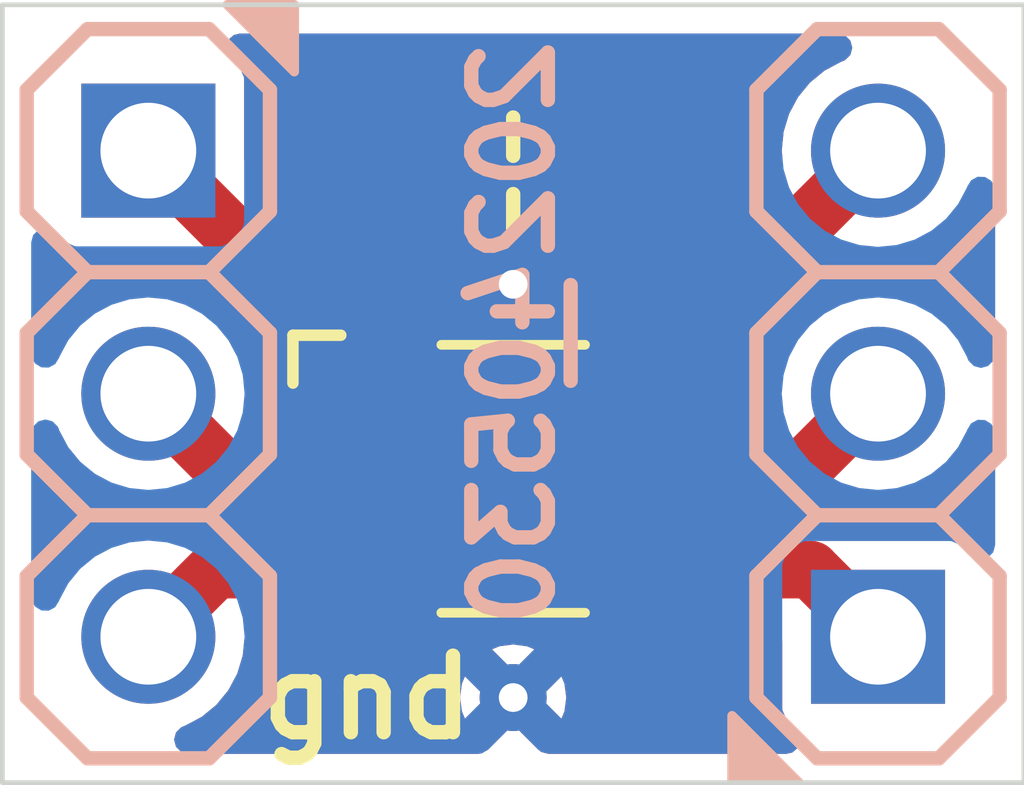
<source format=kicad_pcb>
(kicad_pcb (version 20221018) (generator pcbnew)
  (layers (0 "F.Cu" mixed) (31 "B.Cu" mixed) (34 "B.Paste" user) (35 "F.Paste" user) (36 "B.SilkS" user "B.Silkscreen") (37 "F.SilkS" user "F.Silkscreen") (38 "B.Mask" user) (39 "F.Mask" user) (44 "Edge.Cuts" user))
  (net 0 "")
  (net 1 "GND")
  (net 3 "Net-(J1-Pin_1)")
  (net 4 "Net-(J1-Pin_2)")
  (net 5 "Net-(J1-Pin_3)")
  (net 6 "Net-(J2-Pin_1)")
  (net 7 "Net-(J2-Pin_2)")
  (net 8 "Net-(J2-Pin_3)")
  (footprint "SquantorIC:SOT457_SC-74_SOT23-6_nexperia_hand" (layer "F.Cu") (at 160.02 75.819)
    (fp_text reference "U1" hide)
    (fp_text value "Generic_6pin_IC" hide)
    (fp_line (start -2.3 -1.5) (end -2.3 -1) (stroke (width 0.12)) (layer "F.SilkS"))
    (fp_line (start -2.3 -1.5) (end -1.8 -1.5) (stroke (width 0.12)) (layer "F.SilkS"))
    (fp_line (start -0.75 -1.4) (end 0.75 -1.4) (stroke (width 0.1016)) (layer "F.SilkS"))
    (fp_line (start 0.75 1.4) (end -0.75 1.4) (stroke (width 0.1016)) (layer "F.SilkS"))
    (pad "1" smd rect (at -1.4 -0.95 270) (size 0.7 1.2) (layers "F.Cu" "F.Paste" "F.Mask") (net 3 "Net-(J1-Pin_1)"))
    (pad "2" smd rect (at -1.4 0 270) (size 0.7 1.2) (layers "F.Cu" "F.Paste" "F.Mask") (net 4 "Net-(J1-Pin_2)"))
    (pad "3" smd rect (at -1.4 0.95 270) (size 0.7 1.2) (layers "F.Cu" "F.Paste" "F.Mask") (net 5 "Net-(J1-Pin_3)"))
    (pad "4" smd rect (at 1.4 0.95 270) (size 0.7 1.2) (layers "F.Cu" "F.Paste" "F.Mask") (net 6 "Net-(J2-Pin_1)"))
    (pad "5" smd rect (at 1.4 0 270) (size 0.7 1.2) (layers "F.Cu" "F.Paste" "F.Mask") (net 7 "Net-(J2-Pin_2)"))
    (pad "6" smd rect (at 1.4 -0.95 270) (size 0.7 1.2) (layers "F.Cu" "F.Paste" "F.Mask") (net 8 "Net-(J2-Pin_3)"))
  )
  (footprint "SquantorCapacitor:C_0805+0603" (layer "F.Cu") (at 160.02 72.644)
    (fp_text reference "C1" hide)
    (fp_text value "C" hide)
    (fp_line (start 0 -0.6) (end 0 -0.2) (stroke (width 0.15)) (layer "F.SilkS"))
    (fp_line (start 0 0.6) (end 0 0.2) (stroke (width 0.15)) (layer "F.SilkS"))
    (pad "1" smd roundrect (at -0.925 0) (size 1.15 1.35) (layers "F.Cu" "F.Paste" "F.Mask") (roundrect_rratio 0.2) (net 1 "GND"))
    (pad "2" smd roundrect (at 0.925 0) (size 1.15 1.35) (layers "F.Cu" "F.Paste" "F.Mask") (roundrect_rratio 0.2))
  )
  (footprint "SquantorTestPoints:TestPoint_hole_H03R07" (layer "F.Cu") (at 160.02 78.105)
    (fp_text reference "TP1" hide)
    (fp_text value "gnd" (at -1.524 0) (layer "F.SilkS") (effects (font (size 0.8 0.8))))
    (pad "1" thru_hole circle (at 0 0) (size 0.7 0.7) (drill 0.3) (layers "*.Cu" "*.Mask") (net 1 "GND"))
  )
  (footprint "SquantorLabels:Label_Generic" (layer "B.Cu") (at 160.02 74.295 -90)
    (fp_text reference "N1" hide)
    (fp_text value "20240530" (at 0.003 0 90) (layer "B.SilkS") (effects (font (size 0.8 0.8)) (justify mirror)))
    (fp_line (start -0.5 -0.6) (end 0.5 -0.6) (stroke (width 0.15)) (layer "B.SilkS"))
  )
  (footprint "SquantorConnectors:Header-0254-1X03-H010" (layer "B.Cu") (at 156.21 74.93 -90)
    (fp_text reference "J1" hide)
    (fp_text value "Conn_01x03" hide)
    (fp_line (start -3.81 -0.635) (end -3.175 -1.27) (stroke (width 0.15)) (layer "B.SilkS"))
    (fp_line (start -3.81 0.635) (end -3.81 -0.635) (stroke (width 0.15)) (layer "B.SilkS"))
    (fp_line (start -3.175 1.27) (end -3.81 0.635) (stroke (width 0.15)) (layer "B.SilkS"))
    (fp_line (start -3.175 1.27) (end -1.905 1.27) (stroke (width 0.15)) (layer "B.SilkS"))
    (fp_line (start -1.905 -1.27) (end -3.175 -1.27) (stroke (width 0.15)) (layer "B.SilkS"))
    (fp_line (start -1.905 1.27) (end -1.27 0.635) (stroke (width 0.15)) (layer "B.SilkS"))
    (fp_line (start -1.27 -0.635) (end -1.905 -1.27) (stroke (width 0.15)) (layer "B.SilkS"))
    (fp_line (start -1.27 0.635) (end -1.27 -0.635) (stroke (width 0.15)) (layer "B.SilkS"))
    (fp_line (start -1.27 0.635) (end -0.635 1.27) (stroke (width 0.15)) (layer "B.SilkS"))
    (fp_line (start -0.635 -1.27) (end -1.27 -0.635) (stroke (width 0.15)) (layer "B.SilkS"))
    (fp_line (start -0.635 1.27) (end 0.635 1.27) (stroke (width 0.15)) (layer "B.SilkS"))
    (fp_line (start 0.635 -1.27) (end -0.635 -1.27) (stroke (width 0.15)) (layer "B.SilkS"))
    (fp_line (start 0.635 1.27) (end 1.27 0.635) (stroke (width 0.15)) (layer "B.SilkS"))
    (fp_line (start 1.27 -0.635) (end 0.635 -1.27) (stroke (width 0.15)) (layer "B.SilkS"))
    (fp_line (start 1.27 0.635) (end 1.27 -0.635) (stroke (width 0.15)) (layer "B.SilkS"))
    (fp_line (start 1.27 0.635) (end 1.905 1.27) (stroke (width 0.15)) (layer "B.SilkS"))
    (fp_line (start 1.905 -1.27) (end 1.27 -0.635) (stroke (width 0.15)) (layer "B.SilkS"))
    (fp_line (start 1.905 1.27) (end 3.175 1.27) (stroke (width 0.15)) (layer "B.SilkS"))
    (fp_line (start 3.175 -1.27) (end 1.905 -1.27) (stroke (width 0.15)) (layer "B.SilkS"))
    (fp_line (start 3.175 1.27) (end 3.81 0.635) (stroke (width 0.15)) (layer "B.SilkS"))
    (fp_line (start 3.81 -0.635) (end 3.175 -1.27) (stroke (width 0.15)) (layer "B.SilkS"))
    (fp_line (start 3.81 0.635) (end 3.81 -0.635) (stroke (width 0.15)) (layer "B.SilkS"))
    (fp_poly (pts (xy -4.064 -0.8255) (xy -4.064 -1.524) (xy -3.3655 -1.524)) (stroke (width 0.1)) (fill solid) (layer "B.SilkS"))
    (pad "1" thru_hole rect (at -2.54 0 90) (size 1.4 1.4) (drill 1) (layers "*.Cu" "*.Mask") (net 3 "Net-(J1-Pin_1)"))
    (pad "2" thru_hole circle (at 0 0 90) (size 1.4 1.4) (drill 1) (layers "*.Cu" "*.Mask") (net 4 "Net-(J1-Pin_2)"))
    (pad "3" thru_hole circle (at 2.54 0 90) (size 1.4 1.4) (drill 1) (layers "*.Cu" "*.Mask") (net 5 "Net-(J1-Pin_3)"))
  )
  (footprint "SquantorConnectors:Header-0254-1X03-H010" (layer "B.Cu") (at 163.83 74.93 90)
    (fp_text reference "J2" hide)
    (fp_text value "Conn_01x03" hide)
    (fp_line (start -3.81 -0.635) (end -3.175 -1.27) (stroke (width 0.15)) (layer "B.SilkS"))
    (fp_line (start -3.81 0.635) (end -3.81 -0.635) (stroke (width 0.15)) (layer "B.SilkS"))
    (fp_line (start -3.175 1.27) (end -3.81 0.635) (stroke (width 0.15)) (layer "B.SilkS"))
    (fp_line (start -3.175 1.27) (end -1.905 1.27) (stroke (width 0.15)) (layer "B.SilkS"))
    (fp_line (start -1.905 -1.27) (end -3.175 -1.27) (stroke (width 0.15)) (layer "B.SilkS"))
    (fp_line (start -1.905 1.27) (end -1.27 0.635) (stroke (width 0.15)) (layer "B.SilkS"))
    (fp_line (start -1.27 -0.635) (end -1.905 -1.27) (stroke (width 0.15)) (layer "B.SilkS"))
    (fp_line (start -1.27 0.635) (end -1.27 -0.635) (stroke (width 0.15)) (layer "B.SilkS"))
    (fp_line (start -1.27 0.635) (end -0.635 1.27) (stroke (width 0.15)) (layer "B.SilkS"))
    (fp_line (start -0.635 -1.27) (end -1.27 -0.635) (stroke (width 0.15)) (layer "B.SilkS"))
    (fp_line (start -0.635 1.27) (end 0.635 1.27) (stroke (width 0.15)) (layer "B.SilkS"))
    (fp_line (start 0.635 -1.27) (end -0.635 -1.27) (stroke (width 0.15)) (layer "B.SilkS"))
    (fp_line (start 0.635 1.27) (end 1.27 0.635) (stroke (width 0.15)) (layer "B.SilkS"))
    (fp_line (start 1.27 -0.635) (end 0.635 -1.27) (stroke (width 0.15)) (layer "B.SilkS"))
    (fp_line (start 1.27 0.635) (end 1.27 -0.635) (stroke (width 0.15)) (layer "B.SilkS"))
    (fp_line (start 1.27 0.635) (end 1.905 1.27) (stroke (width 0.15)) (layer "B.SilkS"))
    (fp_line (start 1.905 -1.27) (end 1.27 -0.635) (stroke (width 0.15)) (layer "B.SilkS"))
    (fp_line (start 1.905 1.27) (end 3.175 1.27) (stroke (width 0.15)) (layer "B.SilkS"))
    (fp_line (start 3.175 -1.27) (end 1.905 -1.27) (stroke (width 0.15)) (layer "B.SilkS"))
    (fp_line (start 3.175 1.27) (end 3.81 0.635) (stroke (width 0.15)) (layer "B.SilkS"))
    (fp_line (start 3.81 -0.635) (end 3.175 -1.27) (stroke (width 0.15)) (layer "B.SilkS"))
    (fp_line (start 3.81 0.635) (end 3.81 -0.635) (stroke (width 0.15)) (layer "B.SilkS"))
    (fp_poly (pts (xy -4.064 -0.8255) (xy -4.064 -1.524) (xy -3.3655 -1.524)) (stroke (width 0.1)) (fill solid) (layer "B.SilkS"))
    (pad "1" thru_hole rect (at -2.54 0 270) (size 1.4 1.4) (drill 1) (layers "*.Cu" "*.Mask") (net 6 "Net-(J2-Pin_1)"))
    (pad "2" thru_hole circle (at 0 0 270) (size 1.4 1.4) (drill 1) (layers "*.Cu" "*.Mask") (net 7 "Net-(J2-Pin_2)"))
    (pad "3" thru_hole circle (at 2.54 0 270) (size 1.4 1.4) (drill 1) (layers "*.Cu" "*.Mask") (net 8 "Net-(J2-Pin_3)"))
  )
  (gr_line (start 165.354 70.866) (end 154.686 70.866) (stroke (width 0.05)) (layer "Edge.Cuts"))
  (gr_line (start 154.686 70.866) (end 154.686 78.994) (stroke (width 0.05)) (layer "Edge.Cuts"))
  (gr_line (start 165.354 78.994) (end 165.354 70.866) (stroke (width 0.05)) (layer "Edge.Cuts"))
  (gr_line (start 154.686 78.994) (end 165.354 78.994) (stroke (width 0.05)) (layer "Edge.Cuts"))
  (via (at 160.02 73.787) (size 0.7) (drill 0.3) (layers "F.Cu" "B.Cu") (net 1))
  (segment (start 157.8 74.869) (end 157.48 74.549) (width 0.6) (layer "F.Cu") (net 3))
  (segment (start 158.62 74.869) (end 157.8 74.869) (width 0.6) (layer "F.Cu") (net 3))
  (segment (start 157.48 73.66) (end 156.21 72.39) (width 0.6) (layer "F.Cu") (net 3))
  (segment (start 157.48 74.549) (end 157.48 73.66) (width 0.6) (layer "F.Cu") (net 3))
  (segment (start 158.62 75.819) (end 157.099 75.819) (width 0.6) (layer "F.Cu") (net 4))
  (segment (start 157.099 75.819) (end 156.21 74.93) (width 0.6) (layer "F.Cu") (net 4))
  (segment (start 158.62 76.769) (end 156.911 76.769) (width 0.6) (layer "F.Cu") (net 5))
  (segment (start 156.911 76.769) (end 156.21 77.47) (width 0.6) (layer "F.Cu") (net 5))
  (segment (start 163.129 76.769) (end 163.83 77.47) (width 0.6) (layer "F.Cu") (net 6))
  (segment (start 161.42 76.769) (end 163.129 76.769) (width 0.6) (layer "F.Cu") (net 6))
  (segment (start 162.941 75.819) (end 163.83 74.93) (width 0.6) (layer "F.Cu") (net 7))
  (segment (start 161.42 75.819) (end 162.941 75.819) (width 0.6) (layer "F.Cu") (net 7))
  (segment (start 162.56 74.549) (end 162.56 73.66) (width 0.6) (layer "F.Cu") (net 8))
  (segment (start 161.42 74.869) (end 162.24 74.869) (width 0.6) (layer "F.Cu") (net 8))
  (segment (start 162.24 74.869) (end 162.56 74.549) (width 0.6) (layer "F.Cu") (net 8))
  (segment (start 162.56 73.66) (end 163.83 72.39) (width 0.6) (layer "F.Cu") (net 8))
  (zone (net 1) (net_name "GND") (layers "F&B.Cu") (connect_pads (clearance 0.3)) (min_thickness 0.3) (fill yes (thermal_gap 0.2) (thermal_bridge_width 0.4))
    (polygon (pts (xy 154.686 70.866) (xy 165.354 70.866) (xy 165.354 78.994) (xy 154.686 78.994)))
  )
)
</source>
